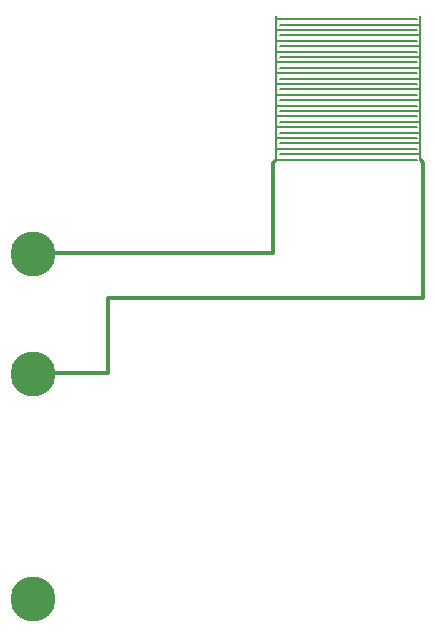
<source format=gbr>
G04 Output by ViewMate Deluxe V11.6.18  PentaLogix*
G04 Tue Jul 19 15:59:14 2016*
%FSLAX35Y35*%
%MOIN*%
%IPPOS*%
%ADD11C,0.15*%
%ADD21C,0.006*%
%ADD65C,0.012*%

%LPD*%
X0Y0D2*D21*G1X149000Y251000D2*Y299000D1*X101000D2*Y251000D1*X147800*X149000Y252800D2*X102200D1*X101000Y254600D2*X147800D1*X149000Y256400D2*X102200D1*X101000Y258200D2*X147800D1*X149000Y260000D2*X102200D1*X101000Y261800D2*X147800D1*X149000Y263600D2*X102200D1*X101000Y265400D2*X147800D1*X149000Y267200D2*X102200D1*X101000Y269000D2*X147800D1*X149000Y270800D2*X102200D1*X101000Y272600D2*X147800D1*X149000Y274400D2*X102200D1*X101000Y276200D2*X147800D1*X149000Y278000D2*X102200D1*X101000Y279800D2*X147800D1*X149000Y281600D2*X102200D1*X101000Y283400D2*X147800D1*X149000Y285200D2*X102200D1*X101000Y287000D2*X147800D1*X149000Y288800D2*X102200D1*X101000Y290600D2*X147800D1*X149000Y292400D2*X102200D1*X101000Y294200D2*X147800D1*X149000Y296000D2*X102200D1*X101000Y297800D2*X147800D1*D65*X20000Y220000D2*X100000D1*Y250000*X100800Y250800*X20000Y180000D2*X45000D1*Y205000*X150000*Y250000*X149400Y251000*D11*X19877Y179449D3*Y219449D3*Y104449D3*X0Y0D2*M02*
</source>
